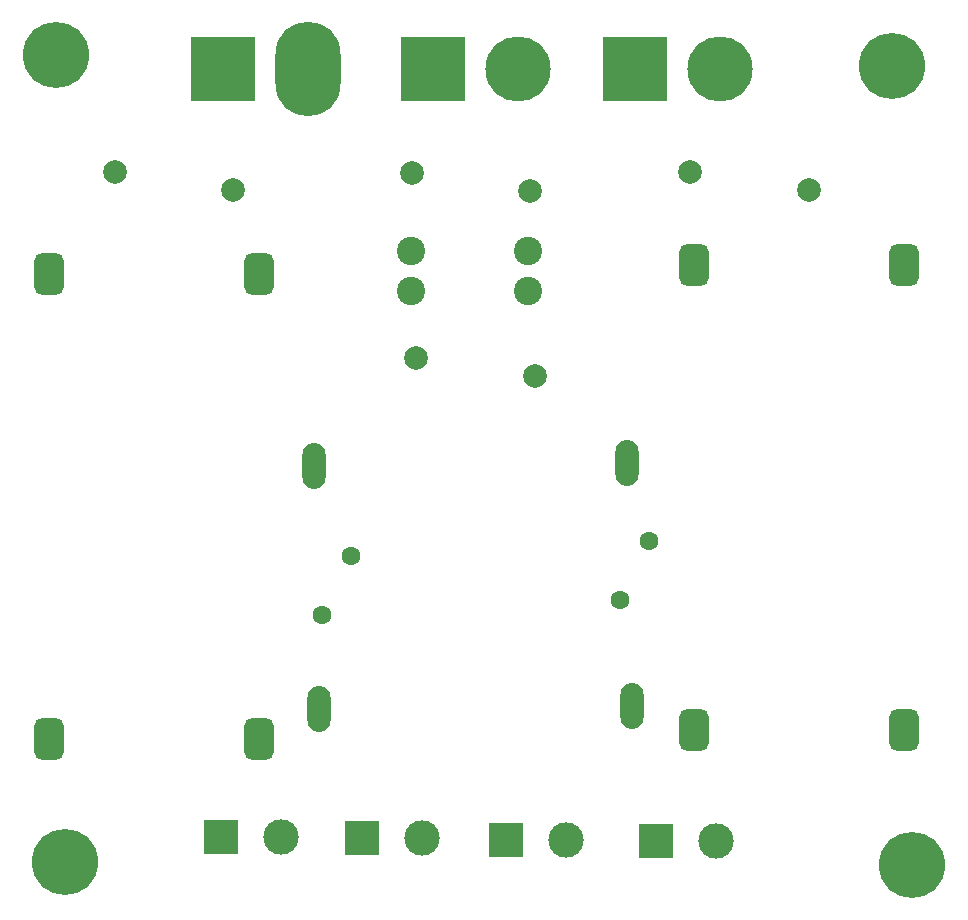
<source format=gbr>
%TF.GenerationSoftware,KiCad,Pcbnew,(6.0.7)*%
%TF.CreationDate,2022-08-25T14:30:35+03:00*%
%TF.ProjectId,guc_devresi_yetenek,6775635f-6465-4767-9265-73695f796574,rev?*%
%TF.SameCoordinates,Original*%
%TF.FileFunction,Soldermask,Bot*%
%TF.FilePolarity,Negative*%
%FSLAX46Y46*%
G04 Gerber Fmt 4.6, Leading zero omitted, Abs format (unit mm)*
G04 Created by KiCad (PCBNEW (6.0.7)) date 2022-08-25 14:30:35*
%MOMM*%
%LPD*%
G01*
G04 APERTURE LIST*
G04 Aperture macros list*
%AMRoundRect*
0 Rectangle with rounded corners*
0 $1 Rounding radius*
0 $2 $3 $4 $5 $6 $7 $8 $9 X,Y pos of 4 corners*
0 Add a 4 corners polygon primitive as box body*
4,1,4,$2,$3,$4,$5,$6,$7,$8,$9,$2,$3,0*
0 Add four circle primitives for the rounded corners*
1,1,$1+$1,$2,$3*
1,1,$1+$1,$4,$5*
1,1,$1+$1,$6,$7*
1,1,$1+$1,$8,$9*
0 Add four rect primitives between the rounded corners*
20,1,$1+$1,$2,$3,$4,$5,0*
20,1,$1+$1,$4,$5,$6,$7,0*
20,1,$1+$1,$6,$7,$8,$9,0*
20,1,$1+$1,$8,$9,$2,$3,0*%
G04 Aperture macros list end*
%ADD10RoundRect,0.625000X-0.625000X1.125000X-0.625000X-1.125000X0.625000X-1.125000X0.625000X1.125000X0*%
%ADD11C,2.400000*%
%ADD12C,3.000000*%
%ADD13R,3.000000X3.000000*%
%ADD14C,3.600000*%
%ADD15C,5.600000*%
%ADD16C,1.600000*%
%ADD17R,5.516000X5.516000*%
%ADD18C,5.516000*%
%ADD19O,1.950000X3.900000*%
%ADD20C,2.000000*%
%ADD21O,5.516000X8.000000*%
G04 APERTURE END LIST*
D10*
%TO.C,U1*%
X55163000Y-38820000D03*
X37383000Y-38820000D03*
X55163000Y-78190000D03*
X37383000Y-78190000D03*
%TD*%
D11*
%TO.C,F1*%
X68065000Y-40308000D03*
X68065000Y-36908000D03*
X77985000Y-36908000D03*
X77985000Y-40308000D03*
%TD*%
D12*
%TO.C,J5*%
X57023000Y-86487000D03*
D13*
X51943000Y-86487000D03*
%TD*%
D14*
%TO.C,H4*%
X110490000Y-88900000D03*
D15*
X110490000Y-88900000D03*
%TD*%
D13*
%TO.C,J7*%
X63881000Y-86614000D03*
D12*
X68961000Y-86614000D03*
%TD*%
D10*
%TO.C,U2*%
X109773000Y-38058000D03*
X91993000Y-38058000D03*
X109773000Y-77428000D03*
X91993000Y-77428000D03*
%TD*%
D16*
%TO.C,RV2*%
X88250000Y-61500000D03*
X85750000Y-66500000D03*
%TD*%
D17*
%TO.C,J1*%
X87045800Y-21488400D03*
D18*
X94245800Y-21488400D03*
%TD*%
D15*
%TO.C,H2*%
X38735000Y-88646000D03*
D14*
X38735000Y-88646000D03*
%TD*%
D19*
%TO.C,F3*%
X60271000Y-75660000D03*
X86814000Y-75478000D03*
%TD*%
D13*
%TO.C,J6*%
X76073000Y-86741000D03*
D12*
X81153000Y-86741000D03*
%TD*%
D20*
%TO.C,RV6*%
X78152000Y-31839600D03*
X68152000Y-30339600D03*
%TD*%
%TO.C,RV5*%
X101727000Y-31724600D03*
X91727000Y-30224600D03*
%TD*%
%TO.C,RV1*%
X68533000Y-45986000D03*
X78533000Y-47486000D03*
%TD*%
D17*
%TO.C,J3*%
X52120800Y-21488400D03*
D21*
X59320800Y-21488400D03*
%TD*%
D13*
%TO.C,J4*%
X88773000Y-86868000D03*
D12*
X93853000Y-86868000D03*
%TD*%
D20*
%TO.C,RV4*%
X53006000Y-31712600D03*
X43006000Y-30212600D03*
%TD*%
D16*
%TO.C,RV3*%
X63000000Y-62750000D03*
X60500000Y-67750000D03*
%TD*%
D19*
%TO.C,F2*%
X86385000Y-54905000D03*
X59842000Y-55087000D03*
%TD*%
D17*
%TO.C,J2*%
X69900800Y-21488400D03*
D18*
X77100800Y-21488400D03*
%TD*%
D15*
%TO.C,H1*%
X108762800Y-21234400D03*
D14*
X108762800Y-21234400D03*
%TD*%
D15*
%TO.C,H3*%
X38023800Y-20345400D03*
D14*
X38023800Y-20345400D03*
%TD*%
M02*

</source>
